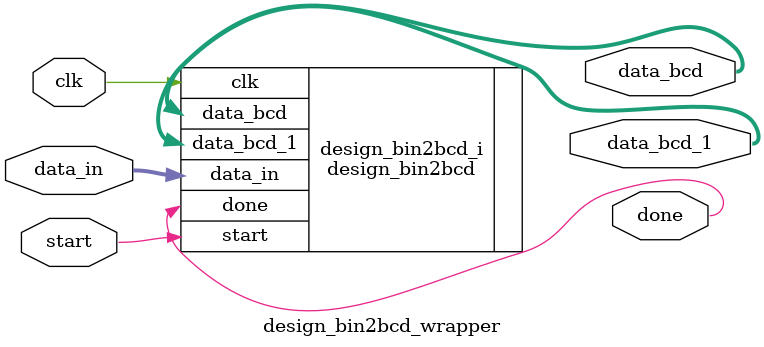
<source format=v>
`timescale 1 ps / 1 ps

module design_bin2bcd_wrapper
   (clk,
    data_bcd,
    data_bcd_1,
    data_in,
    done,
    start);
  input clk;
  output [15:0]data_bcd;
  output [15:0]data_bcd_1;
  input [13:0]data_in;
  output done;
  input start;

  wire clk;
  wire [15:0]data_bcd;
  wire [15:0]data_bcd_1;
  wire [13:0]data_in;
  wire done;
  wire start;

  design_bin2bcd design_bin2bcd_i
       (.clk(clk),
        .data_bcd(data_bcd),
        .data_bcd_1(data_bcd_1),
        .data_in(data_in),
        .done(done),
        .start(start));
endmodule

</source>
